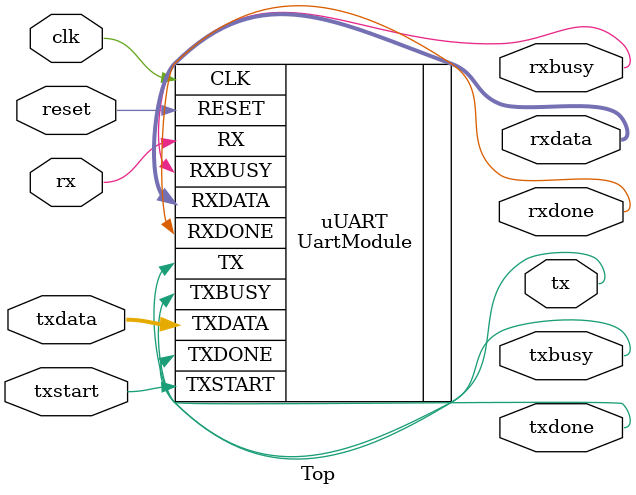
<source format=v>

module Top #( 
    parameter 
        SCYCLE   = 50_000_000,
        BAUDRATE = 9600
) (
    input  wire       clk, 
    input  wire       reset,
    output wire       tx,
    input  wire [7:0] txdata,
    input  wire       txstart,
    output wire       txbusy,
    output wire       txdone,
    input  wire       rx,
    output wire [7:0] rxdata,
    output wire       rxbusy,
    output wire       rxdone
);

UartModule #(
    .SCYCLE     (SCYCLE    ),
    .BAUDRATE   (BAUDRATE  )
) uUART (
    .CLK        (clk        ),
    .RESET      (reset      ),
    .TX         (tx         ),
    .TXDATA     (txdata     ),
    .TXSTART    (txstart    ),
    .TXBUSY     (txbusy     ),
    .TXDONE     (txdone     ),
    .RX         (rx         ),
    .RXDATA     (rxdata     ),
    .RXBUSY     (rxbusy     ),
    .RXDONE     (rxdone     )
);

endmodule
</source>
